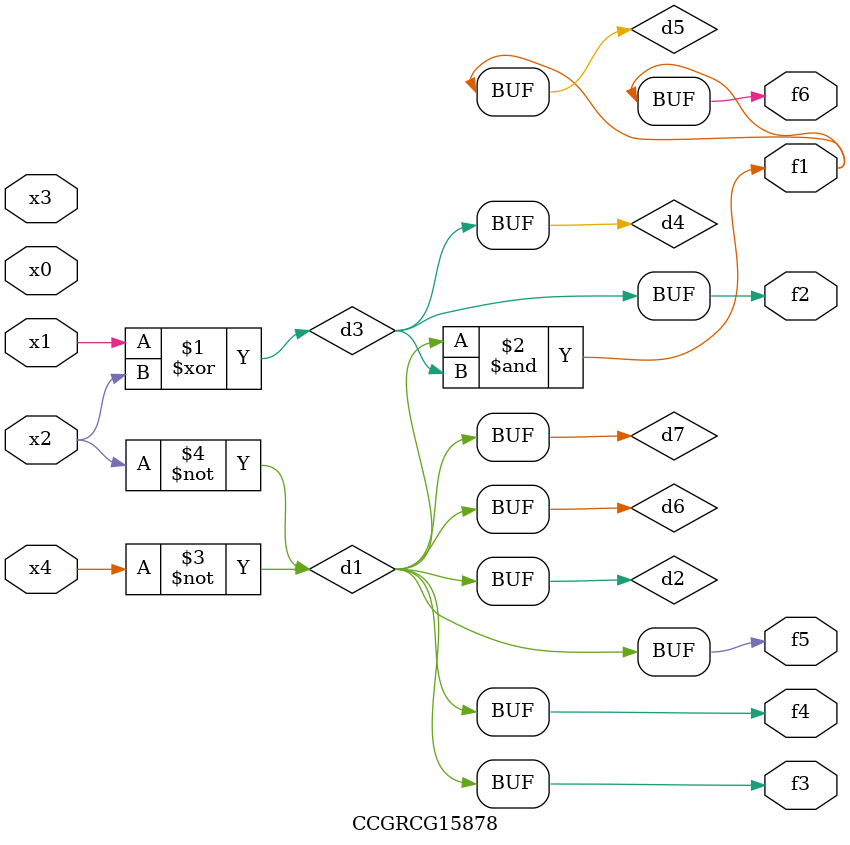
<source format=v>
module CCGRCG15878(
	input x0, x1, x2, x3, x4,
	output f1, f2, f3, f4, f5, f6
);

	wire d1, d2, d3, d4, d5, d6, d7;

	not (d1, x4);
	not (d2, x2);
	xor (d3, x1, x2);
	buf (d4, d3);
	and (d5, d1, d3);
	buf (d6, d1, d2);
	buf (d7, d2);
	assign f1 = d5;
	assign f2 = d4;
	assign f3 = d7;
	assign f4 = d7;
	assign f5 = d7;
	assign f6 = d5;
endmodule

</source>
